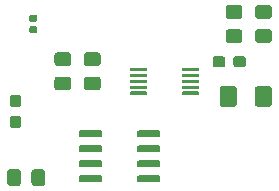
<source format=gbr>
G04 #@! TF.GenerationSoftware,KiCad,Pcbnew,5.1.5+dfsg1-2build2*
G04 #@! TF.CreationDate,2021-10-23T10:29:23-06:00*
G04 #@! TF.ProjectId,power-monitor,706f7765-722d-46d6-9f6e-69746f722e6b,rev?*
G04 #@! TF.SameCoordinates,Original*
G04 #@! TF.FileFunction,Paste,Top*
G04 #@! TF.FilePolarity,Positive*
%FSLAX46Y46*%
G04 Gerber Fmt 4.6, Leading zero omitted, Abs format (unit mm)*
G04 Created by KiCad (PCBNEW 5.1.5+dfsg1-2build2) date 2021-10-23 10:29:23*
%MOMM*%
%LPD*%
G04 APERTURE LIST*
%ADD10C,0.100000*%
G04 APERTURE END LIST*
D10*
G36*
X137477351Y-85210361D02*
G01*
X137484632Y-85211441D01*
X137491771Y-85213229D01*
X137498701Y-85215709D01*
X137505355Y-85218856D01*
X137511668Y-85222640D01*
X137517579Y-85227024D01*
X137523033Y-85231967D01*
X137527976Y-85237421D01*
X137532360Y-85243332D01*
X137536144Y-85249645D01*
X137539291Y-85256299D01*
X137541771Y-85263229D01*
X137543559Y-85270368D01*
X137544639Y-85277649D01*
X137545000Y-85285000D01*
X137545000Y-85435000D01*
X137544639Y-85442351D01*
X137543559Y-85449632D01*
X137541771Y-85456771D01*
X137539291Y-85463701D01*
X137536144Y-85470355D01*
X137532360Y-85476668D01*
X137527976Y-85482579D01*
X137523033Y-85488033D01*
X137517579Y-85492976D01*
X137511668Y-85497360D01*
X137505355Y-85501144D01*
X137498701Y-85504291D01*
X137491771Y-85506771D01*
X137484632Y-85508559D01*
X137477351Y-85509639D01*
X137470000Y-85510000D01*
X136170000Y-85510000D01*
X136162649Y-85509639D01*
X136155368Y-85508559D01*
X136148229Y-85506771D01*
X136141299Y-85504291D01*
X136134645Y-85501144D01*
X136128332Y-85497360D01*
X136122421Y-85492976D01*
X136116967Y-85488033D01*
X136112024Y-85482579D01*
X136107640Y-85476668D01*
X136103856Y-85470355D01*
X136100709Y-85463701D01*
X136098229Y-85456771D01*
X136096441Y-85449632D01*
X136095361Y-85442351D01*
X136095000Y-85435000D01*
X136095000Y-85285000D01*
X136095361Y-85277649D01*
X136096441Y-85270368D01*
X136098229Y-85263229D01*
X136100709Y-85256299D01*
X136103856Y-85249645D01*
X136107640Y-85243332D01*
X136112024Y-85237421D01*
X136116967Y-85231967D01*
X136122421Y-85227024D01*
X136128332Y-85222640D01*
X136134645Y-85218856D01*
X136141299Y-85215709D01*
X136148229Y-85213229D01*
X136155368Y-85211441D01*
X136162649Y-85210361D01*
X136170000Y-85210000D01*
X137470000Y-85210000D01*
X137477351Y-85210361D01*
G37*
G36*
X137477351Y-85710361D02*
G01*
X137484632Y-85711441D01*
X137491771Y-85713229D01*
X137498701Y-85715709D01*
X137505355Y-85718856D01*
X137511668Y-85722640D01*
X137517579Y-85727024D01*
X137523033Y-85731967D01*
X137527976Y-85737421D01*
X137532360Y-85743332D01*
X137536144Y-85749645D01*
X137539291Y-85756299D01*
X137541771Y-85763229D01*
X137543559Y-85770368D01*
X137544639Y-85777649D01*
X137545000Y-85785000D01*
X137545000Y-85935000D01*
X137544639Y-85942351D01*
X137543559Y-85949632D01*
X137541771Y-85956771D01*
X137539291Y-85963701D01*
X137536144Y-85970355D01*
X137532360Y-85976668D01*
X137527976Y-85982579D01*
X137523033Y-85988033D01*
X137517579Y-85992976D01*
X137511668Y-85997360D01*
X137505355Y-86001144D01*
X137498701Y-86004291D01*
X137491771Y-86006771D01*
X137484632Y-86008559D01*
X137477351Y-86009639D01*
X137470000Y-86010000D01*
X136170000Y-86010000D01*
X136162649Y-86009639D01*
X136155368Y-86008559D01*
X136148229Y-86006771D01*
X136141299Y-86004291D01*
X136134645Y-86001144D01*
X136128332Y-85997360D01*
X136122421Y-85992976D01*
X136116967Y-85988033D01*
X136112024Y-85982579D01*
X136107640Y-85976668D01*
X136103856Y-85970355D01*
X136100709Y-85963701D01*
X136098229Y-85956771D01*
X136096441Y-85949632D01*
X136095361Y-85942351D01*
X136095000Y-85935000D01*
X136095000Y-85785000D01*
X136095361Y-85777649D01*
X136096441Y-85770368D01*
X136098229Y-85763229D01*
X136100709Y-85756299D01*
X136103856Y-85749645D01*
X136107640Y-85743332D01*
X136112024Y-85737421D01*
X136116967Y-85731967D01*
X136122421Y-85727024D01*
X136128332Y-85722640D01*
X136134645Y-85718856D01*
X136141299Y-85715709D01*
X136148229Y-85713229D01*
X136155368Y-85711441D01*
X136162649Y-85710361D01*
X136170000Y-85710000D01*
X137470000Y-85710000D01*
X137477351Y-85710361D01*
G37*
G36*
X137477351Y-86210361D02*
G01*
X137484632Y-86211441D01*
X137491771Y-86213229D01*
X137498701Y-86215709D01*
X137505355Y-86218856D01*
X137511668Y-86222640D01*
X137517579Y-86227024D01*
X137523033Y-86231967D01*
X137527976Y-86237421D01*
X137532360Y-86243332D01*
X137536144Y-86249645D01*
X137539291Y-86256299D01*
X137541771Y-86263229D01*
X137543559Y-86270368D01*
X137544639Y-86277649D01*
X137545000Y-86285000D01*
X137545000Y-86435000D01*
X137544639Y-86442351D01*
X137543559Y-86449632D01*
X137541771Y-86456771D01*
X137539291Y-86463701D01*
X137536144Y-86470355D01*
X137532360Y-86476668D01*
X137527976Y-86482579D01*
X137523033Y-86488033D01*
X137517579Y-86492976D01*
X137511668Y-86497360D01*
X137505355Y-86501144D01*
X137498701Y-86504291D01*
X137491771Y-86506771D01*
X137484632Y-86508559D01*
X137477351Y-86509639D01*
X137470000Y-86510000D01*
X136170000Y-86510000D01*
X136162649Y-86509639D01*
X136155368Y-86508559D01*
X136148229Y-86506771D01*
X136141299Y-86504291D01*
X136134645Y-86501144D01*
X136128332Y-86497360D01*
X136122421Y-86492976D01*
X136116967Y-86488033D01*
X136112024Y-86482579D01*
X136107640Y-86476668D01*
X136103856Y-86470355D01*
X136100709Y-86463701D01*
X136098229Y-86456771D01*
X136096441Y-86449632D01*
X136095361Y-86442351D01*
X136095000Y-86435000D01*
X136095000Y-86285000D01*
X136095361Y-86277649D01*
X136096441Y-86270368D01*
X136098229Y-86263229D01*
X136100709Y-86256299D01*
X136103856Y-86249645D01*
X136107640Y-86243332D01*
X136112024Y-86237421D01*
X136116967Y-86231967D01*
X136122421Y-86227024D01*
X136128332Y-86222640D01*
X136134645Y-86218856D01*
X136141299Y-86215709D01*
X136148229Y-86213229D01*
X136155368Y-86211441D01*
X136162649Y-86210361D01*
X136170000Y-86210000D01*
X137470000Y-86210000D01*
X137477351Y-86210361D01*
G37*
G36*
X137477351Y-86710361D02*
G01*
X137484632Y-86711441D01*
X137491771Y-86713229D01*
X137498701Y-86715709D01*
X137505355Y-86718856D01*
X137511668Y-86722640D01*
X137517579Y-86727024D01*
X137523033Y-86731967D01*
X137527976Y-86737421D01*
X137532360Y-86743332D01*
X137536144Y-86749645D01*
X137539291Y-86756299D01*
X137541771Y-86763229D01*
X137543559Y-86770368D01*
X137544639Y-86777649D01*
X137545000Y-86785000D01*
X137545000Y-86935000D01*
X137544639Y-86942351D01*
X137543559Y-86949632D01*
X137541771Y-86956771D01*
X137539291Y-86963701D01*
X137536144Y-86970355D01*
X137532360Y-86976668D01*
X137527976Y-86982579D01*
X137523033Y-86988033D01*
X137517579Y-86992976D01*
X137511668Y-86997360D01*
X137505355Y-87001144D01*
X137498701Y-87004291D01*
X137491771Y-87006771D01*
X137484632Y-87008559D01*
X137477351Y-87009639D01*
X137470000Y-87010000D01*
X136170000Y-87010000D01*
X136162649Y-87009639D01*
X136155368Y-87008559D01*
X136148229Y-87006771D01*
X136141299Y-87004291D01*
X136134645Y-87001144D01*
X136128332Y-86997360D01*
X136122421Y-86992976D01*
X136116967Y-86988033D01*
X136112024Y-86982579D01*
X136107640Y-86976668D01*
X136103856Y-86970355D01*
X136100709Y-86963701D01*
X136098229Y-86956771D01*
X136096441Y-86949632D01*
X136095361Y-86942351D01*
X136095000Y-86935000D01*
X136095000Y-86785000D01*
X136095361Y-86777649D01*
X136096441Y-86770368D01*
X136098229Y-86763229D01*
X136100709Y-86756299D01*
X136103856Y-86749645D01*
X136107640Y-86743332D01*
X136112024Y-86737421D01*
X136116967Y-86731967D01*
X136122421Y-86727024D01*
X136128332Y-86722640D01*
X136134645Y-86718856D01*
X136141299Y-86715709D01*
X136148229Y-86713229D01*
X136155368Y-86711441D01*
X136162649Y-86710361D01*
X136170000Y-86710000D01*
X137470000Y-86710000D01*
X137477351Y-86710361D01*
G37*
G36*
X137477351Y-87210361D02*
G01*
X137484632Y-87211441D01*
X137491771Y-87213229D01*
X137498701Y-87215709D01*
X137505355Y-87218856D01*
X137511668Y-87222640D01*
X137517579Y-87227024D01*
X137523033Y-87231967D01*
X137527976Y-87237421D01*
X137532360Y-87243332D01*
X137536144Y-87249645D01*
X137539291Y-87256299D01*
X137541771Y-87263229D01*
X137543559Y-87270368D01*
X137544639Y-87277649D01*
X137545000Y-87285000D01*
X137545000Y-87435000D01*
X137544639Y-87442351D01*
X137543559Y-87449632D01*
X137541771Y-87456771D01*
X137539291Y-87463701D01*
X137536144Y-87470355D01*
X137532360Y-87476668D01*
X137527976Y-87482579D01*
X137523033Y-87488033D01*
X137517579Y-87492976D01*
X137511668Y-87497360D01*
X137505355Y-87501144D01*
X137498701Y-87504291D01*
X137491771Y-87506771D01*
X137484632Y-87508559D01*
X137477351Y-87509639D01*
X137470000Y-87510000D01*
X136170000Y-87510000D01*
X136162649Y-87509639D01*
X136155368Y-87508559D01*
X136148229Y-87506771D01*
X136141299Y-87504291D01*
X136134645Y-87501144D01*
X136128332Y-87497360D01*
X136122421Y-87492976D01*
X136116967Y-87488033D01*
X136112024Y-87482579D01*
X136107640Y-87476668D01*
X136103856Y-87470355D01*
X136100709Y-87463701D01*
X136098229Y-87456771D01*
X136096441Y-87449632D01*
X136095361Y-87442351D01*
X136095000Y-87435000D01*
X136095000Y-87285000D01*
X136095361Y-87277649D01*
X136096441Y-87270368D01*
X136098229Y-87263229D01*
X136100709Y-87256299D01*
X136103856Y-87249645D01*
X136107640Y-87243332D01*
X136112024Y-87237421D01*
X136116967Y-87231967D01*
X136122421Y-87227024D01*
X136128332Y-87222640D01*
X136134645Y-87218856D01*
X136141299Y-87215709D01*
X136148229Y-87213229D01*
X136155368Y-87211441D01*
X136162649Y-87210361D01*
X136170000Y-87210000D01*
X137470000Y-87210000D01*
X137477351Y-87210361D01*
G37*
G36*
X133077351Y-87210361D02*
G01*
X133084632Y-87211441D01*
X133091771Y-87213229D01*
X133098701Y-87215709D01*
X133105355Y-87218856D01*
X133111668Y-87222640D01*
X133117579Y-87227024D01*
X133123033Y-87231967D01*
X133127976Y-87237421D01*
X133132360Y-87243332D01*
X133136144Y-87249645D01*
X133139291Y-87256299D01*
X133141771Y-87263229D01*
X133143559Y-87270368D01*
X133144639Y-87277649D01*
X133145000Y-87285000D01*
X133145000Y-87435000D01*
X133144639Y-87442351D01*
X133143559Y-87449632D01*
X133141771Y-87456771D01*
X133139291Y-87463701D01*
X133136144Y-87470355D01*
X133132360Y-87476668D01*
X133127976Y-87482579D01*
X133123033Y-87488033D01*
X133117579Y-87492976D01*
X133111668Y-87497360D01*
X133105355Y-87501144D01*
X133098701Y-87504291D01*
X133091771Y-87506771D01*
X133084632Y-87508559D01*
X133077351Y-87509639D01*
X133070000Y-87510000D01*
X131770000Y-87510000D01*
X131762649Y-87509639D01*
X131755368Y-87508559D01*
X131748229Y-87506771D01*
X131741299Y-87504291D01*
X131734645Y-87501144D01*
X131728332Y-87497360D01*
X131722421Y-87492976D01*
X131716967Y-87488033D01*
X131712024Y-87482579D01*
X131707640Y-87476668D01*
X131703856Y-87470355D01*
X131700709Y-87463701D01*
X131698229Y-87456771D01*
X131696441Y-87449632D01*
X131695361Y-87442351D01*
X131695000Y-87435000D01*
X131695000Y-87285000D01*
X131695361Y-87277649D01*
X131696441Y-87270368D01*
X131698229Y-87263229D01*
X131700709Y-87256299D01*
X131703856Y-87249645D01*
X131707640Y-87243332D01*
X131712024Y-87237421D01*
X131716967Y-87231967D01*
X131722421Y-87227024D01*
X131728332Y-87222640D01*
X131734645Y-87218856D01*
X131741299Y-87215709D01*
X131748229Y-87213229D01*
X131755368Y-87211441D01*
X131762649Y-87210361D01*
X131770000Y-87210000D01*
X133070000Y-87210000D01*
X133077351Y-87210361D01*
G37*
G36*
X133077351Y-86710361D02*
G01*
X133084632Y-86711441D01*
X133091771Y-86713229D01*
X133098701Y-86715709D01*
X133105355Y-86718856D01*
X133111668Y-86722640D01*
X133117579Y-86727024D01*
X133123033Y-86731967D01*
X133127976Y-86737421D01*
X133132360Y-86743332D01*
X133136144Y-86749645D01*
X133139291Y-86756299D01*
X133141771Y-86763229D01*
X133143559Y-86770368D01*
X133144639Y-86777649D01*
X133145000Y-86785000D01*
X133145000Y-86935000D01*
X133144639Y-86942351D01*
X133143559Y-86949632D01*
X133141771Y-86956771D01*
X133139291Y-86963701D01*
X133136144Y-86970355D01*
X133132360Y-86976668D01*
X133127976Y-86982579D01*
X133123033Y-86988033D01*
X133117579Y-86992976D01*
X133111668Y-86997360D01*
X133105355Y-87001144D01*
X133098701Y-87004291D01*
X133091771Y-87006771D01*
X133084632Y-87008559D01*
X133077351Y-87009639D01*
X133070000Y-87010000D01*
X131770000Y-87010000D01*
X131762649Y-87009639D01*
X131755368Y-87008559D01*
X131748229Y-87006771D01*
X131741299Y-87004291D01*
X131734645Y-87001144D01*
X131728332Y-86997360D01*
X131722421Y-86992976D01*
X131716967Y-86988033D01*
X131712024Y-86982579D01*
X131707640Y-86976668D01*
X131703856Y-86970355D01*
X131700709Y-86963701D01*
X131698229Y-86956771D01*
X131696441Y-86949632D01*
X131695361Y-86942351D01*
X131695000Y-86935000D01*
X131695000Y-86785000D01*
X131695361Y-86777649D01*
X131696441Y-86770368D01*
X131698229Y-86763229D01*
X131700709Y-86756299D01*
X131703856Y-86749645D01*
X131707640Y-86743332D01*
X131712024Y-86737421D01*
X131716967Y-86731967D01*
X131722421Y-86727024D01*
X131728332Y-86722640D01*
X131734645Y-86718856D01*
X131741299Y-86715709D01*
X131748229Y-86713229D01*
X131755368Y-86711441D01*
X131762649Y-86710361D01*
X131770000Y-86710000D01*
X133070000Y-86710000D01*
X133077351Y-86710361D01*
G37*
G36*
X133077351Y-86210361D02*
G01*
X133084632Y-86211441D01*
X133091771Y-86213229D01*
X133098701Y-86215709D01*
X133105355Y-86218856D01*
X133111668Y-86222640D01*
X133117579Y-86227024D01*
X133123033Y-86231967D01*
X133127976Y-86237421D01*
X133132360Y-86243332D01*
X133136144Y-86249645D01*
X133139291Y-86256299D01*
X133141771Y-86263229D01*
X133143559Y-86270368D01*
X133144639Y-86277649D01*
X133145000Y-86285000D01*
X133145000Y-86435000D01*
X133144639Y-86442351D01*
X133143559Y-86449632D01*
X133141771Y-86456771D01*
X133139291Y-86463701D01*
X133136144Y-86470355D01*
X133132360Y-86476668D01*
X133127976Y-86482579D01*
X133123033Y-86488033D01*
X133117579Y-86492976D01*
X133111668Y-86497360D01*
X133105355Y-86501144D01*
X133098701Y-86504291D01*
X133091771Y-86506771D01*
X133084632Y-86508559D01*
X133077351Y-86509639D01*
X133070000Y-86510000D01*
X131770000Y-86510000D01*
X131762649Y-86509639D01*
X131755368Y-86508559D01*
X131748229Y-86506771D01*
X131741299Y-86504291D01*
X131734645Y-86501144D01*
X131728332Y-86497360D01*
X131722421Y-86492976D01*
X131716967Y-86488033D01*
X131712024Y-86482579D01*
X131707640Y-86476668D01*
X131703856Y-86470355D01*
X131700709Y-86463701D01*
X131698229Y-86456771D01*
X131696441Y-86449632D01*
X131695361Y-86442351D01*
X131695000Y-86435000D01*
X131695000Y-86285000D01*
X131695361Y-86277649D01*
X131696441Y-86270368D01*
X131698229Y-86263229D01*
X131700709Y-86256299D01*
X131703856Y-86249645D01*
X131707640Y-86243332D01*
X131712024Y-86237421D01*
X131716967Y-86231967D01*
X131722421Y-86227024D01*
X131728332Y-86222640D01*
X131734645Y-86218856D01*
X131741299Y-86215709D01*
X131748229Y-86213229D01*
X131755368Y-86211441D01*
X131762649Y-86210361D01*
X131770000Y-86210000D01*
X133070000Y-86210000D01*
X133077351Y-86210361D01*
G37*
G36*
X133077351Y-85710361D02*
G01*
X133084632Y-85711441D01*
X133091771Y-85713229D01*
X133098701Y-85715709D01*
X133105355Y-85718856D01*
X133111668Y-85722640D01*
X133117579Y-85727024D01*
X133123033Y-85731967D01*
X133127976Y-85737421D01*
X133132360Y-85743332D01*
X133136144Y-85749645D01*
X133139291Y-85756299D01*
X133141771Y-85763229D01*
X133143559Y-85770368D01*
X133144639Y-85777649D01*
X133145000Y-85785000D01*
X133145000Y-85935000D01*
X133144639Y-85942351D01*
X133143559Y-85949632D01*
X133141771Y-85956771D01*
X133139291Y-85963701D01*
X133136144Y-85970355D01*
X133132360Y-85976668D01*
X133127976Y-85982579D01*
X133123033Y-85988033D01*
X133117579Y-85992976D01*
X133111668Y-85997360D01*
X133105355Y-86001144D01*
X133098701Y-86004291D01*
X133091771Y-86006771D01*
X133084632Y-86008559D01*
X133077351Y-86009639D01*
X133070000Y-86010000D01*
X131770000Y-86010000D01*
X131762649Y-86009639D01*
X131755368Y-86008559D01*
X131748229Y-86006771D01*
X131741299Y-86004291D01*
X131734645Y-86001144D01*
X131728332Y-85997360D01*
X131722421Y-85992976D01*
X131716967Y-85988033D01*
X131712024Y-85982579D01*
X131707640Y-85976668D01*
X131703856Y-85970355D01*
X131700709Y-85963701D01*
X131698229Y-85956771D01*
X131696441Y-85949632D01*
X131695361Y-85942351D01*
X131695000Y-85935000D01*
X131695000Y-85785000D01*
X131695361Y-85777649D01*
X131696441Y-85770368D01*
X131698229Y-85763229D01*
X131700709Y-85756299D01*
X131703856Y-85749645D01*
X131707640Y-85743332D01*
X131712024Y-85737421D01*
X131716967Y-85731967D01*
X131722421Y-85727024D01*
X131728332Y-85722640D01*
X131734645Y-85718856D01*
X131741299Y-85715709D01*
X131748229Y-85713229D01*
X131755368Y-85711441D01*
X131762649Y-85710361D01*
X131770000Y-85710000D01*
X133070000Y-85710000D01*
X133077351Y-85710361D01*
G37*
G36*
X133077351Y-85210361D02*
G01*
X133084632Y-85211441D01*
X133091771Y-85213229D01*
X133098701Y-85215709D01*
X133105355Y-85218856D01*
X133111668Y-85222640D01*
X133117579Y-85227024D01*
X133123033Y-85231967D01*
X133127976Y-85237421D01*
X133132360Y-85243332D01*
X133136144Y-85249645D01*
X133139291Y-85256299D01*
X133141771Y-85263229D01*
X133143559Y-85270368D01*
X133144639Y-85277649D01*
X133145000Y-85285000D01*
X133145000Y-85435000D01*
X133144639Y-85442351D01*
X133143559Y-85449632D01*
X133141771Y-85456771D01*
X133139291Y-85463701D01*
X133136144Y-85470355D01*
X133132360Y-85476668D01*
X133127976Y-85482579D01*
X133123033Y-85488033D01*
X133117579Y-85492976D01*
X133111668Y-85497360D01*
X133105355Y-85501144D01*
X133098701Y-85504291D01*
X133091771Y-85506771D01*
X133084632Y-85508559D01*
X133077351Y-85509639D01*
X133070000Y-85510000D01*
X131770000Y-85510000D01*
X131762649Y-85509639D01*
X131755368Y-85508559D01*
X131748229Y-85506771D01*
X131741299Y-85504291D01*
X131734645Y-85501144D01*
X131728332Y-85497360D01*
X131722421Y-85492976D01*
X131716967Y-85488033D01*
X131712024Y-85482579D01*
X131707640Y-85476668D01*
X131703856Y-85470355D01*
X131700709Y-85463701D01*
X131698229Y-85456771D01*
X131696441Y-85449632D01*
X131695361Y-85442351D01*
X131695000Y-85435000D01*
X131695000Y-85285000D01*
X131695361Y-85277649D01*
X131696441Y-85270368D01*
X131698229Y-85263229D01*
X131700709Y-85256299D01*
X131703856Y-85249645D01*
X131707640Y-85243332D01*
X131712024Y-85237421D01*
X131716967Y-85231967D01*
X131722421Y-85227024D01*
X131728332Y-85222640D01*
X131734645Y-85218856D01*
X131741299Y-85215709D01*
X131748229Y-85213229D01*
X131755368Y-85211441D01*
X131762649Y-85210361D01*
X131770000Y-85210000D01*
X133070000Y-85210000D01*
X133077351Y-85210361D01*
G37*
G36*
X123686958Y-81690710D02*
G01*
X123701276Y-81692834D01*
X123715317Y-81696351D01*
X123728946Y-81701228D01*
X123742031Y-81707417D01*
X123754447Y-81714858D01*
X123766073Y-81723481D01*
X123776798Y-81733202D01*
X123786519Y-81743927D01*
X123795142Y-81755553D01*
X123802583Y-81767969D01*
X123808772Y-81781054D01*
X123813649Y-81794683D01*
X123817166Y-81808724D01*
X123819290Y-81823042D01*
X123820000Y-81837500D01*
X123820000Y-82132500D01*
X123819290Y-82146958D01*
X123817166Y-82161276D01*
X123813649Y-82175317D01*
X123808772Y-82188946D01*
X123802583Y-82202031D01*
X123795142Y-82214447D01*
X123786519Y-82226073D01*
X123776798Y-82236798D01*
X123766073Y-82246519D01*
X123754447Y-82255142D01*
X123742031Y-82262583D01*
X123728946Y-82268772D01*
X123715317Y-82273649D01*
X123701276Y-82277166D01*
X123686958Y-82279290D01*
X123672500Y-82280000D01*
X123327500Y-82280000D01*
X123313042Y-82279290D01*
X123298724Y-82277166D01*
X123284683Y-82273649D01*
X123271054Y-82268772D01*
X123257969Y-82262583D01*
X123245553Y-82255142D01*
X123233927Y-82246519D01*
X123223202Y-82236798D01*
X123213481Y-82226073D01*
X123204858Y-82214447D01*
X123197417Y-82202031D01*
X123191228Y-82188946D01*
X123186351Y-82175317D01*
X123182834Y-82161276D01*
X123180710Y-82146958D01*
X123180000Y-82132500D01*
X123180000Y-81837500D01*
X123180710Y-81823042D01*
X123182834Y-81808724D01*
X123186351Y-81794683D01*
X123191228Y-81781054D01*
X123197417Y-81767969D01*
X123204858Y-81755553D01*
X123213481Y-81743927D01*
X123223202Y-81733202D01*
X123233927Y-81723481D01*
X123245553Y-81714858D01*
X123257969Y-81707417D01*
X123271054Y-81701228D01*
X123284683Y-81696351D01*
X123298724Y-81692834D01*
X123313042Y-81690710D01*
X123327500Y-81690000D01*
X123672500Y-81690000D01*
X123686958Y-81690710D01*
G37*
G36*
X123686958Y-80720710D02*
G01*
X123701276Y-80722834D01*
X123715317Y-80726351D01*
X123728946Y-80731228D01*
X123742031Y-80737417D01*
X123754447Y-80744858D01*
X123766073Y-80753481D01*
X123776798Y-80763202D01*
X123786519Y-80773927D01*
X123795142Y-80785553D01*
X123802583Y-80797969D01*
X123808772Y-80811054D01*
X123813649Y-80824683D01*
X123817166Y-80838724D01*
X123819290Y-80853042D01*
X123820000Y-80867500D01*
X123820000Y-81162500D01*
X123819290Y-81176958D01*
X123817166Y-81191276D01*
X123813649Y-81205317D01*
X123808772Y-81218946D01*
X123802583Y-81232031D01*
X123795142Y-81244447D01*
X123786519Y-81256073D01*
X123776798Y-81266798D01*
X123766073Y-81276519D01*
X123754447Y-81285142D01*
X123742031Y-81292583D01*
X123728946Y-81298772D01*
X123715317Y-81303649D01*
X123701276Y-81307166D01*
X123686958Y-81309290D01*
X123672500Y-81310000D01*
X123327500Y-81310000D01*
X123313042Y-81309290D01*
X123298724Y-81307166D01*
X123284683Y-81303649D01*
X123271054Y-81298772D01*
X123257969Y-81292583D01*
X123245553Y-81285142D01*
X123233927Y-81276519D01*
X123223202Y-81266798D01*
X123213481Y-81256073D01*
X123204858Y-81244447D01*
X123197417Y-81232031D01*
X123191228Y-81218946D01*
X123186351Y-81205317D01*
X123182834Y-81191276D01*
X123180710Y-81176958D01*
X123180000Y-81162500D01*
X123180000Y-80867500D01*
X123180710Y-80853042D01*
X123182834Y-80838724D01*
X123186351Y-80824683D01*
X123191228Y-80811054D01*
X123197417Y-80797969D01*
X123204858Y-80785553D01*
X123213481Y-80773927D01*
X123223202Y-80763202D01*
X123233927Y-80753481D01*
X123245553Y-80744858D01*
X123257969Y-80737417D01*
X123271054Y-80731228D01*
X123284683Y-80726351D01*
X123298724Y-80722834D01*
X123313042Y-80720710D01*
X123327500Y-80720000D01*
X123672500Y-80720000D01*
X123686958Y-80720710D01*
G37*
G36*
X126474505Y-83901204D02*
G01*
X126498773Y-83904804D01*
X126522572Y-83910765D01*
X126545671Y-83919030D01*
X126567850Y-83929520D01*
X126588893Y-83942132D01*
X126608599Y-83956747D01*
X126626777Y-83973223D01*
X126643253Y-83991401D01*
X126657868Y-84011107D01*
X126670480Y-84032150D01*
X126680970Y-84054329D01*
X126689235Y-84077428D01*
X126695196Y-84101227D01*
X126698796Y-84125495D01*
X126700000Y-84149999D01*
X126700000Y-84800001D01*
X126698796Y-84824505D01*
X126695196Y-84848773D01*
X126689235Y-84872572D01*
X126680970Y-84895671D01*
X126670480Y-84917850D01*
X126657868Y-84938893D01*
X126643253Y-84958599D01*
X126626777Y-84976777D01*
X126608599Y-84993253D01*
X126588893Y-85007868D01*
X126567850Y-85020480D01*
X126545671Y-85030970D01*
X126522572Y-85039235D01*
X126498773Y-85045196D01*
X126474505Y-85048796D01*
X126450001Y-85050000D01*
X125549999Y-85050000D01*
X125525495Y-85048796D01*
X125501227Y-85045196D01*
X125477428Y-85039235D01*
X125454329Y-85030970D01*
X125432150Y-85020480D01*
X125411107Y-85007868D01*
X125391401Y-84993253D01*
X125373223Y-84976777D01*
X125356747Y-84958599D01*
X125342132Y-84938893D01*
X125329520Y-84917850D01*
X125319030Y-84895671D01*
X125310765Y-84872572D01*
X125304804Y-84848773D01*
X125301204Y-84824505D01*
X125300000Y-84800001D01*
X125300000Y-84149999D01*
X125301204Y-84125495D01*
X125304804Y-84101227D01*
X125310765Y-84077428D01*
X125319030Y-84054329D01*
X125329520Y-84032150D01*
X125342132Y-84011107D01*
X125356747Y-83991401D01*
X125373223Y-83973223D01*
X125391401Y-83956747D01*
X125411107Y-83942132D01*
X125432150Y-83929520D01*
X125454329Y-83919030D01*
X125477428Y-83910765D01*
X125501227Y-83904804D01*
X125525495Y-83901204D01*
X125549999Y-83900000D01*
X126450001Y-83900000D01*
X126474505Y-83901204D01*
G37*
G36*
X126474505Y-85951204D02*
G01*
X126498773Y-85954804D01*
X126522572Y-85960765D01*
X126545671Y-85969030D01*
X126567850Y-85979520D01*
X126588893Y-85992132D01*
X126608599Y-86006747D01*
X126626777Y-86023223D01*
X126643253Y-86041401D01*
X126657868Y-86061107D01*
X126670480Y-86082150D01*
X126680970Y-86104329D01*
X126689235Y-86127428D01*
X126695196Y-86151227D01*
X126698796Y-86175495D01*
X126700000Y-86199999D01*
X126700000Y-86850001D01*
X126698796Y-86874505D01*
X126695196Y-86898773D01*
X126689235Y-86922572D01*
X126680970Y-86945671D01*
X126670480Y-86967850D01*
X126657868Y-86988893D01*
X126643253Y-87008599D01*
X126626777Y-87026777D01*
X126608599Y-87043253D01*
X126588893Y-87057868D01*
X126567850Y-87070480D01*
X126545671Y-87080970D01*
X126522572Y-87089235D01*
X126498773Y-87095196D01*
X126474505Y-87098796D01*
X126450001Y-87100000D01*
X125549999Y-87100000D01*
X125525495Y-87098796D01*
X125501227Y-87095196D01*
X125477428Y-87089235D01*
X125454329Y-87080970D01*
X125432150Y-87070480D01*
X125411107Y-87057868D01*
X125391401Y-87043253D01*
X125373223Y-87026777D01*
X125356747Y-87008599D01*
X125342132Y-86988893D01*
X125329520Y-86967850D01*
X125319030Y-86945671D01*
X125310765Y-86922572D01*
X125304804Y-86898773D01*
X125301204Y-86874505D01*
X125300000Y-86850001D01*
X125300000Y-86199999D01*
X125301204Y-86175495D01*
X125304804Y-86151227D01*
X125310765Y-86127428D01*
X125319030Y-86104329D01*
X125329520Y-86082150D01*
X125342132Y-86061107D01*
X125356747Y-86041401D01*
X125373223Y-86023223D01*
X125391401Y-86006747D01*
X125411107Y-85992132D01*
X125432150Y-85979520D01*
X125454329Y-85969030D01*
X125477428Y-85960765D01*
X125501227Y-85954804D01*
X125525495Y-85951204D01*
X125549999Y-85950000D01*
X126450001Y-85950000D01*
X126474505Y-85951204D01*
G37*
G36*
X122224505Y-93801204D02*
G01*
X122248773Y-93804804D01*
X122272572Y-93810765D01*
X122295671Y-93819030D01*
X122317850Y-93829520D01*
X122338893Y-93842132D01*
X122358599Y-93856747D01*
X122376777Y-93873223D01*
X122393253Y-93891401D01*
X122407868Y-93911107D01*
X122420480Y-93932150D01*
X122430970Y-93954329D01*
X122439235Y-93977428D01*
X122445196Y-94001227D01*
X122448796Y-94025495D01*
X122450000Y-94049999D01*
X122450000Y-94950001D01*
X122448796Y-94974505D01*
X122445196Y-94998773D01*
X122439235Y-95022572D01*
X122430970Y-95045671D01*
X122420480Y-95067850D01*
X122407868Y-95088893D01*
X122393253Y-95108599D01*
X122376777Y-95126777D01*
X122358599Y-95143253D01*
X122338893Y-95157868D01*
X122317850Y-95170480D01*
X122295671Y-95180970D01*
X122272572Y-95189235D01*
X122248773Y-95195196D01*
X122224505Y-95198796D01*
X122200001Y-95200000D01*
X121549999Y-95200000D01*
X121525495Y-95198796D01*
X121501227Y-95195196D01*
X121477428Y-95189235D01*
X121454329Y-95180970D01*
X121432150Y-95170480D01*
X121411107Y-95157868D01*
X121391401Y-95143253D01*
X121373223Y-95126777D01*
X121356747Y-95108599D01*
X121342132Y-95088893D01*
X121329520Y-95067850D01*
X121319030Y-95045671D01*
X121310765Y-95022572D01*
X121304804Y-94998773D01*
X121301204Y-94974505D01*
X121300000Y-94950001D01*
X121300000Y-94049999D01*
X121301204Y-94025495D01*
X121304804Y-94001227D01*
X121310765Y-93977428D01*
X121319030Y-93954329D01*
X121329520Y-93932150D01*
X121342132Y-93911107D01*
X121356747Y-93891401D01*
X121373223Y-93873223D01*
X121391401Y-93856747D01*
X121411107Y-93842132D01*
X121432150Y-93829520D01*
X121454329Y-93819030D01*
X121477428Y-93810765D01*
X121501227Y-93804804D01*
X121525495Y-93801204D01*
X121549999Y-93800000D01*
X122200001Y-93800000D01*
X122224505Y-93801204D01*
G37*
G36*
X124274505Y-93801204D02*
G01*
X124298773Y-93804804D01*
X124322572Y-93810765D01*
X124345671Y-93819030D01*
X124367850Y-93829520D01*
X124388893Y-93842132D01*
X124408599Y-93856747D01*
X124426777Y-93873223D01*
X124443253Y-93891401D01*
X124457868Y-93911107D01*
X124470480Y-93932150D01*
X124480970Y-93954329D01*
X124489235Y-93977428D01*
X124495196Y-94001227D01*
X124498796Y-94025495D01*
X124500000Y-94049999D01*
X124500000Y-94950001D01*
X124498796Y-94974505D01*
X124495196Y-94998773D01*
X124489235Y-95022572D01*
X124480970Y-95045671D01*
X124470480Y-95067850D01*
X124457868Y-95088893D01*
X124443253Y-95108599D01*
X124426777Y-95126777D01*
X124408599Y-95143253D01*
X124388893Y-95157868D01*
X124367850Y-95170480D01*
X124345671Y-95180970D01*
X124322572Y-95189235D01*
X124298773Y-95195196D01*
X124274505Y-95198796D01*
X124250001Y-95200000D01*
X123599999Y-95200000D01*
X123575495Y-95198796D01*
X123551227Y-95195196D01*
X123527428Y-95189235D01*
X123504329Y-95180970D01*
X123482150Y-95170480D01*
X123461107Y-95157868D01*
X123441401Y-95143253D01*
X123423223Y-95126777D01*
X123406747Y-95108599D01*
X123392132Y-95088893D01*
X123379520Y-95067850D01*
X123369030Y-95045671D01*
X123360765Y-95022572D01*
X123354804Y-94998773D01*
X123351204Y-94974505D01*
X123350000Y-94950001D01*
X123350000Y-94049999D01*
X123351204Y-94025495D01*
X123354804Y-94001227D01*
X123360765Y-93977428D01*
X123369030Y-93954329D01*
X123379520Y-93932150D01*
X123392132Y-93911107D01*
X123406747Y-93891401D01*
X123423223Y-93873223D01*
X123441401Y-93856747D01*
X123461107Y-93842132D01*
X123482150Y-93829520D01*
X123504329Y-93819030D01*
X123527428Y-93810765D01*
X123551227Y-93804804D01*
X123575495Y-93801204D01*
X123599999Y-93800000D01*
X124250001Y-93800000D01*
X124274505Y-93801204D01*
G37*
G36*
X140974505Y-81951204D02*
G01*
X140998773Y-81954804D01*
X141022572Y-81960765D01*
X141045671Y-81969030D01*
X141067850Y-81979520D01*
X141088893Y-81992132D01*
X141108599Y-82006747D01*
X141126777Y-82023223D01*
X141143253Y-82041401D01*
X141157868Y-82061107D01*
X141170480Y-82082150D01*
X141180970Y-82104329D01*
X141189235Y-82127428D01*
X141195196Y-82151227D01*
X141198796Y-82175495D01*
X141200000Y-82199999D01*
X141200000Y-82850001D01*
X141198796Y-82874505D01*
X141195196Y-82898773D01*
X141189235Y-82922572D01*
X141180970Y-82945671D01*
X141170480Y-82967850D01*
X141157868Y-82988893D01*
X141143253Y-83008599D01*
X141126777Y-83026777D01*
X141108599Y-83043253D01*
X141088893Y-83057868D01*
X141067850Y-83070480D01*
X141045671Y-83080970D01*
X141022572Y-83089235D01*
X140998773Y-83095196D01*
X140974505Y-83098796D01*
X140950001Y-83100000D01*
X140049999Y-83100000D01*
X140025495Y-83098796D01*
X140001227Y-83095196D01*
X139977428Y-83089235D01*
X139954329Y-83080970D01*
X139932150Y-83070480D01*
X139911107Y-83057868D01*
X139891401Y-83043253D01*
X139873223Y-83026777D01*
X139856747Y-83008599D01*
X139842132Y-82988893D01*
X139829520Y-82967850D01*
X139819030Y-82945671D01*
X139810765Y-82922572D01*
X139804804Y-82898773D01*
X139801204Y-82874505D01*
X139800000Y-82850001D01*
X139800000Y-82199999D01*
X139801204Y-82175495D01*
X139804804Y-82151227D01*
X139810765Y-82127428D01*
X139819030Y-82104329D01*
X139829520Y-82082150D01*
X139842132Y-82061107D01*
X139856747Y-82041401D01*
X139873223Y-82023223D01*
X139891401Y-82006747D01*
X139911107Y-81992132D01*
X139932150Y-81979520D01*
X139954329Y-81969030D01*
X139977428Y-81960765D01*
X140001227Y-81954804D01*
X140025495Y-81951204D01*
X140049999Y-81950000D01*
X140950001Y-81950000D01*
X140974505Y-81951204D01*
G37*
G36*
X140974505Y-79901204D02*
G01*
X140998773Y-79904804D01*
X141022572Y-79910765D01*
X141045671Y-79919030D01*
X141067850Y-79929520D01*
X141088893Y-79942132D01*
X141108599Y-79956747D01*
X141126777Y-79973223D01*
X141143253Y-79991401D01*
X141157868Y-80011107D01*
X141170480Y-80032150D01*
X141180970Y-80054329D01*
X141189235Y-80077428D01*
X141195196Y-80101227D01*
X141198796Y-80125495D01*
X141200000Y-80149999D01*
X141200000Y-80800001D01*
X141198796Y-80824505D01*
X141195196Y-80848773D01*
X141189235Y-80872572D01*
X141180970Y-80895671D01*
X141170480Y-80917850D01*
X141157868Y-80938893D01*
X141143253Y-80958599D01*
X141126777Y-80976777D01*
X141108599Y-80993253D01*
X141088893Y-81007868D01*
X141067850Y-81020480D01*
X141045671Y-81030970D01*
X141022572Y-81039235D01*
X140998773Y-81045196D01*
X140974505Y-81048796D01*
X140950001Y-81050000D01*
X140049999Y-81050000D01*
X140025495Y-81048796D01*
X140001227Y-81045196D01*
X139977428Y-81039235D01*
X139954329Y-81030970D01*
X139932150Y-81020480D01*
X139911107Y-81007868D01*
X139891401Y-80993253D01*
X139873223Y-80976777D01*
X139856747Y-80958599D01*
X139842132Y-80938893D01*
X139829520Y-80917850D01*
X139819030Y-80895671D01*
X139810765Y-80872572D01*
X139804804Y-80848773D01*
X139801204Y-80824505D01*
X139800000Y-80800001D01*
X139800000Y-80149999D01*
X139801204Y-80125495D01*
X139804804Y-80101227D01*
X139810765Y-80077428D01*
X139819030Y-80054329D01*
X139829520Y-80032150D01*
X139842132Y-80011107D01*
X139856747Y-79991401D01*
X139873223Y-79973223D01*
X139891401Y-79956747D01*
X139911107Y-79942132D01*
X139932150Y-79929520D01*
X139954329Y-79919030D01*
X139977428Y-79910765D01*
X140001227Y-79904804D01*
X140025495Y-79901204D01*
X140049999Y-79900000D01*
X140950001Y-79900000D01*
X140974505Y-79901204D01*
G37*
G36*
X143474505Y-81951204D02*
G01*
X143498773Y-81954804D01*
X143522572Y-81960765D01*
X143545671Y-81969030D01*
X143567850Y-81979520D01*
X143588893Y-81992132D01*
X143608599Y-82006747D01*
X143626777Y-82023223D01*
X143643253Y-82041401D01*
X143657868Y-82061107D01*
X143670480Y-82082150D01*
X143680970Y-82104329D01*
X143689235Y-82127428D01*
X143695196Y-82151227D01*
X143698796Y-82175495D01*
X143700000Y-82199999D01*
X143700000Y-82850001D01*
X143698796Y-82874505D01*
X143695196Y-82898773D01*
X143689235Y-82922572D01*
X143680970Y-82945671D01*
X143670480Y-82967850D01*
X143657868Y-82988893D01*
X143643253Y-83008599D01*
X143626777Y-83026777D01*
X143608599Y-83043253D01*
X143588893Y-83057868D01*
X143567850Y-83070480D01*
X143545671Y-83080970D01*
X143522572Y-83089235D01*
X143498773Y-83095196D01*
X143474505Y-83098796D01*
X143450001Y-83100000D01*
X142549999Y-83100000D01*
X142525495Y-83098796D01*
X142501227Y-83095196D01*
X142477428Y-83089235D01*
X142454329Y-83080970D01*
X142432150Y-83070480D01*
X142411107Y-83057868D01*
X142391401Y-83043253D01*
X142373223Y-83026777D01*
X142356747Y-83008599D01*
X142342132Y-82988893D01*
X142329520Y-82967850D01*
X142319030Y-82945671D01*
X142310765Y-82922572D01*
X142304804Y-82898773D01*
X142301204Y-82874505D01*
X142300000Y-82850001D01*
X142300000Y-82199999D01*
X142301204Y-82175495D01*
X142304804Y-82151227D01*
X142310765Y-82127428D01*
X142319030Y-82104329D01*
X142329520Y-82082150D01*
X142342132Y-82061107D01*
X142356747Y-82041401D01*
X142373223Y-82023223D01*
X142391401Y-82006747D01*
X142411107Y-81992132D01*
X142432150Y-81979520D01*
X142454329Y-81969030D01*
X142477428Y-81960765D01*
X142501227Y-81954804D01*
X142525495Y-81951204D01*
X142549999Y-81950000D01*
X143450001Y-81950000D01*
X143474505Y-81951204D01*
G37*
G36*
X143474505Y-79901204D02*
G01*
X143498773Y-79904804D01*
X143522572Y-79910765D01*
X143545671Y-79919030D01*
X143567850Y-79929520D01*
X143588893Y-79942132D01*
X143608599Y-79956747D01*
X143626777Y-79973223D01*
X143643253Y-79991401D01*
X143657868Y-80011107D01*
X143670480Y-80032150D01*
X143680970Y-80054329D01*
X143689235Y-80077428D01*
X143695196Y-80101227D01*
X143698796Y-80125495D01*
X143700000Y-80149999D01*
X143700000Y-80800001D01*
X143698796Y-80824505D01*
X143695196Y-80848773D01*
X143689235Y-80872572D01*
X143680970Y-80895671D01*
X143670480Y-80917850D01*
X143657868Y-80938893D01*
X143643253Y-80958599D01*
X143626777Y-80976777D01*
X143608599Y-80993253D01*
X143588893Y-81007868D01*
X143567850Y-81020480D01*
X143545671Y-81030970D01*
X143522572Y-81039235D01*
X143498773Y-81045196D01*
X143474505Y-81048796D01*
X143450001Y-81050000D01*
X142549999Y-81050000D01*
X142525495Y-81048796D01*
X142501227Y-81045196D01*
X142477428Y-81039235D01*
X142454329Y-81030970D01*
X142432150Y-81020480D01*
X142411107Y-81007868D01*
X142391401Y-80993253D01*
X142373223Y-80976777D01*
X142356747Y-80958599D01*
X142342132Y-80938893D01*
X142329520Y-80917850D01*
X142319030Y-80895671D01*
X142310765Y-80872572D01*
X142304804Y-80848773D01*
X142301204Y-80824505D01*
X142300000Y-80800001D01*
X142300000Y-80149999D01*
X142301204Y-80125495D01*
X142304804Y-80101227D01*
X142310765Y-80077428D01*
X142319030Y-80054329D01*
X142329520Y-80032150D01*
X142342132Y-80011107D01*
X142356747Y-79991401D01*
X142373223Y-79973223D01*
X142391401Y-79956747D01*
X142411107Y-79942132D01*
X142432150Y-79929520D01*
X142454329Y-79919030D01*
X142477428Y-79910765D01*
X142501227Y-79904804D01*
X142525495Y-79901204D01*
X142549999Y-79900000D01*
X143450001Y-79900000D01*
X143474505Y-79901204D01*
G37*
G36*
X140499504Y-86756204D02*
G01*
X140523773Y-86759804D01*
X140547571Y-86765765D01*
X140570671Y-86774030D01*
X140592849Y-86784520D01*
X140613893Y-86797133D01*
X140633598Y-86811747D01*
X140651777Y-86828223D01*
X140668253Y-86846402D01*
X140682867Y-86866107D01*
X140695480Y-86887151D01*
X140705970Y-86909329D01*
X140714235Y-86932429D01*
X140720196Y-86956227D01*
X140723796Y-86980496D01*
X140725000Y-87005000D01*
X140725000Y-88255000D01*
X140723796Y-88279504D01*
X140720196Y-88303773D01*
X140714235Y-88327571D01*
X140705970Y-88350671D01*
X140695480Y-88372849D01*
X140682867Y-88393893D01*
X140668253Y-88413598D01*
X140651777Y-88431777D01*
X140633598Y-88448253D01*
X140613893Y-88462867D01*
X140592849Y-88475480D01*
X140570671Y-88485970D01*
X140547571Y-88494235D01*
X140523773Y-88500196D01*
X140499504Y-88503796D01*
X140475000Y-88505000D01*
X139550000Y-88505000D01*
X139525496Y-88503796D01*
X139501227Y-88500196D01*
X139477429Y-88494235D01*
X139454329Y-88485970D01*
X139432151Y-88475480D01*
X139411107Y-88462867D01*
X139391402Y-88448253D01*
X139373223Y-88431777D01*
X139356747Y-88413598D01*
X139342133Y-88393893D01*
X139329520Y-88372849D01*
X139319030Y-88350671D01*
X139310765Y-88327571D01*
X139304804Y-88303773D01*
X139301204Y-88279504D01*
X139300000Y-88255000D01*
X139300000Y-87005000D01*
X139301204Y-86980496D01*
X139304804Y-86956227D01*
X139310765Y-86932429D01*
X139319030Y-86909329D01*
X139329520Y-86887151D01*
X139342133Y-86866107D01*
X139356747Y-86846402D01*
X139373223Y-86828223D01*
X139391402Y-86811747D01*
X139411107Y-86797133D01*
X139432151Y-86784520D01*
X139454329Y-86774030D01*
X139477429Y-86765765D01*
X139501227Y-86759804D01*
X139525496Y-86756204D01*
X139550000Y-86755000D01*
X140475000Y-86755000D01*
X140499504Y-86756204D01*
G37*
G36*
X143474504Y-86756204D02*
G01*
X143498773Y-86759804D01*
X143522571Y-86765765D01*
X143545671Y-86774030D01*
X143567849Y-86784520D01*
X143588893Y-86797133D01*
X143608598Y-86811747D01*
X143626777Y-86828223D01*
X143643253Y-86846402D01*
X143657867Y-86866107D01*
X143670480Y-86887151D01*
X143680970Y-86909329D01*
X143689235Y-86932429D01*
X143695196Y-86956227D01*
X143698796Y-86980496D01*
X143700000Y-87005000D01*
X143700000Y-88255000D01*
X143698796Y-88279504D01*
X143695196Y-88303773D01*
X143689235Y-88327571D01*
X143680970Y-88350671D01*
X143670480Y-88372849D01*
X143657867Y-88393893D01*
X143643253Y-88413598D01*
X143626777Y-88431777D01*
X143608598Y-88448253D01*
X143588893Y-88462867D01*
X143567849Y-88475480D01*
X143545671Y-88485970D01*
X143522571Y-88494235D01*
X143498773Y-88500196D01*
X143474504Y-88503796D01*
X143450000Y-88505000D01*
X142525000Y-88505000D01*
X142500496Y-88503796D01*
X142476227Y-88500196D01*
X142452429Y-88494235D01*
X142429329Y-88485970D01*
X142407151Y-88475480D01*
X142386107Y-88462867D01*
X142366402Y-88448253D01*
X142348223Y-88431777D01*
X142331747Y-88413598D01*
X142317133Y-88393893D01*
X142304520Y-88372849D01*
X142294030Y-88350671D01*
X142285765Y-88327571D01*
X142279804Y-88303773D01*
X142276204Y-88279504D01*
X142275000Y-88255000D01*
X142275000Y-87005000D01*
X142276204Y-86980496D01*
X142279804Y-86956227D01*
X142285765Y-86932429D01*
X142294030Y-86909329D01*
X142304520Y-86887151D01*
X142317133Y-86866107D01*
X142331747Y-86846402D01*
X142348223Y-86828223D01*
X142366402Y-86811747D01*
X142386107Y-86797133D01*
X142407151Y-86784520D01*
X142429329Y-86774030D01*
X142452429Y-86765765D01*
X142476227Y-86759804D01*
X142500496Y-86756204D01*
X142525000Y-86755000D01*
X143450000Y-86755000D01*
X143474504Y-86756204D01*
G37*
G36*
X134124703Y-90505722D02*
G01*
X134139264Y-90507882D01*
X134153543Y-90511459D01*
X134167403Y-90516418D01*
X134180710Y-90522712D01*
X134193336Y-90530280D01*
X134205159Y-90539048D01*
X134216066Y-90548934D01*
X134225952Y-90559841D01*
X134234720Y-90571664D01*
X134242288Y-90584290D01*
X134248582Y-90597597D01*
X134253541Y-90611457D01*
X134257118Y-90625736D01*
X134259278Y-90640297D01*
X134260000Y-90655000D01*
X134260000Y-90955000D01*
X134259278Y-90969703D01*
X134257118Y-90984264D01*
X134253541Y-90998543D01*
X134248582Y-91012403D01*
X134242288Y-91025710D01*
X134234720Y-91038336D01*
X134225952Y-91050159D01*
X134216066Y-91061066D01*
X134205159Y-91070952D01*
X134193336Y-91079720D01*
X134180710Y-91087288D01*
X134167403Y-91093582D01*
X134153543Y-91098541D01*
X134139264Y-91102118D01*
X134124703Y-91104278D01*
X134110000Y-91105000D01*
X132460000Y-91105000D01*
X132445297Y-91104278D01*
X132430736Y-91102118D01*
X132416457Y-91098541D01*
X132402597Y-91093582D01*
X132389290Y-91087288D01*
X132376664Y-91079720D01*
X132364841Y-91070952D01*
X132353934Y-91061066D01*
X132344048Y-91050159D01*
X132335280Y-91038336D01*
X132327712Y-91025710D01*
X132321418Y-91012403D01*
X132316459Y-90998543D01*
X132312882Y-90984264D01*
X132310722Y-90969703D01*
X132310000Y-90955000D01*
X132310000Y-90655000D01*
X132310722Y-90640297D01*
X132312882Y-90625736D01*
X132316459Y-90611457D01*
X132321418Y-90597597D01*
X132327712Y-90584290D01*
X132335280Y-90571664D01*
X132344048Y-90559841D01*
X132353934Y-90548934D01*
X132364841Y-90539048D01*
X132376664Y-90530280D01*
X132389290Y-90522712D01*
X132402597Y-90516418D01*
X132416457Y-90511459D01*
X132430736Y-90507882D01*
X132445297Y-90505722D01*
X132460000Y-90505000D01*
X134110000Y-90505000D01*
X134124703Y-90505722D01*
G37*
G36*
X134124703Y-91775722D02*
G01*
X134139264Y-91777882D01*
X134153543Y-91781459D01*
X134167403Y-91786418D01*
X134180710Y-91792712D01*
X134193336Y-91800280D01*
X134205159Y-91809048D01*
X134216066Y-91818934D01*
X134225952Y-91829841D01*
X134234720Y-91841664D01*
X134242288Y-91854290D01*
X134248582Y-91867597D01*
X134253541Y-91881457D01*
X134257118Y-91895736D01*
X134259278Y-91910297D01*
X134260000Y-91925000D01*
X134260000Y-92225000D01*
X134259278Y-92239703D01*
X134257118Y-92254264D01*
X134253541Y-92268543D01*
X134248582Y-92282403D01*
X134242288Y-92295710D01*
X134234720Y-92308336D01*
X134225952Y-92320159D01*
X134216066Y-92331066D01*
X134205159Y-92340952D01*
X134193336Y-92349720D01*
X134180710Y-92357288D01*
X134167403Y-92363582D01*
X134153543Y-92368541D01*
X134139264Y-92372118D01*
X134124703Y-92374278D01*
X134110000Y-92375000D01*
X132460000Y-92375000D01*
X132445297Y-92374278D01*
X132430736Y-92372118D01*
X132416457Y-92368541D01*
X132402597Y-92363582D01*
X132389290Y-92357288D01*
X132376664Y-92349720D01*
X132364841Y-92340952D01*
X132353934Y-92331066D01*
X132344048Y-92320159D01*
X132335280Y-92308336D01*
X132327712Y-92295710D01*
X132321418Y-92282403D01*
X132316459Y-92268543D01*
X132312882Y-92254264D01*
X132310722Y-92239703D01*
X132310000Y-92225000D01*
X132310000Y-91925000D01*
X132310722Y-91910297D01*
X132312882Y-91895736D01*
X132316459Y-91881457D01*
X132321418Y-91867597D01*
X132327712Y-91854290D01*
X132335280Y-91841664D01*
X132344048Y-91829841D01*
X132353934Y-91818934D01*
X132364841Y-91809048D01*
X132376664Y-91800280D01*
X132389290Y-91792712D01*
X132402597Y-91786418D01*
X132416457Y-91781459D01*
X132430736Y-91777882D01*
X132445297Y-91775722D01*
X132460000Y-91775000D01*
X134110000Y-91775000D01*
X134124703Y-91775722D01*
G37*
G36*
X134124703Y-93045722D02*
G01*
X134139264Y-93047882D01*
X134153543Y-93051459D01*
X134167403Y-93056418D01*
X134180710Y-93062712D01*
X134193336Y-93070280D01*
X134205159Y-93079048D01*
X134216066Y-93088934D01*
X134225952Y-93099841D01*
X134234720Y-93111664D01*
X134242288Y-93124290D01*
X134248582Y-93137597D01*
X134253541Y-93151457D01*
X134257118Y-93165736D01*
X134259278Y-93180297D01*
X134260000Y-93195000D01*
X134260000Y-93495000D01*
X134259278Y-93509703D01*
X134257118Y-93524264D01*
X134253541Y-93538543D01*
X134248582Y-93552403D01*
X134242288Y-93565710D01*
X134234720Y-93578336D01*
X134225952Y-93590159D01*
X134216066Y-93601066D01*
X134205159Y-93610952D01*
X134193336Y-93619720D01*
X134180710Y-93627288D01*
X134167403Y-93633582D01*
X134153543Y-93638541D01*
X134139264Y-93642118D01*
X134124703Y-93644278D01*
X134110000Y-93645000D01*
X132460000Y-93645000D01*
X132445297Y-93644278D01*
X132430736Y-93642118D01*
X132416457Y-93638541D01*
X132402597Y-93633582D01*
X132389290Y-93627288D01*
X132376664Y-93619720D01*
X132364841Y-93610952D01*
X132353934Y-93601066D01*
X132344048Y-93590159D01*
X132335280Y-93578336D01*
X132327712Y-93565710D01*
X132321418Y-93552403D01*
X132316459Y-93538543D01*
X132312882Y-93524264D01*
X132310722Y-93509703D01*
X132310000Y-93495000D01*
X132310000Y-93195000D01*
X132310722Y-93180297D01*
X132312882Y-93165736D01*
X132316459Y-93151457D01*
X132321418Y-93137597D01*
X132327712Y-93124290D01*
X132335280Y-93111664D01*
X132344048Y-93099841D01*
X132353934Y-93088934D01*
X132364841Y-93079048D01*
X132376664Y-93070280D01*
X132389290Y-93062712D01*
X132402597Y-93056418D01*
X132416457Y-93051459D01*
X132430736Y-93047882D01*
X132445297Y-93045722D01*
X132460000Y-93045000D01*
X134110000Y-93045000D01*
X134124703Y-93045722D01*
G37*
G36*
X134124703Y-94315722D02*
G01*
X134139264Y-94317882D01*
X134153543Y-94321459D01*
X134167403Y-94326418D01*
X134180710Y-94332712D01*
X134193336Y-94340280D01*
X134205159Y-94349048D01*
X134216066Y-94358934D01*
X134225952Y-94369841D01*
X134234720Y-94381664D01*
X134242288Y-94394290D01*
X134248582Y-94407597D01*
X134253541Y-94421457D01*
X134257118Y-94435736D01*
X134259278Y-94450297D01*
X134260000Y-94465000D01*
X134260000Y-94765000D01*
X134259278Y-94779703D01*
X134257118Y-94794264D01*
X134253541Y-94808543D01*
X134248582Y-94822403D01*
X134242288Y-94835710D01*
X134234720Y-94848336D01*
X134225952Y-94860159D01*
X134216066Y-94871066D01*
X134205159Y-94880952D01*
X134193336Y-94889720D01*
X134180710Y-94897288D01*
X134167403Y-94903582D01*
X134153543Y-94908541D01*
X134139264Y-94912118D01*
X134124703Y-94914278D01*
X134110000Y-94915000D01*
X132460000Y-94915000D01*
X132445297Y-94914278D01*
X132430736Y-94912118D01*
X132416457Y-94908541D01*
X132402597Y-94903582D01*
X132389290Y-94897288D01*
X132376664Y-94889720D01*
X132364841Y-94880952D01*
X132353934Y-94871066D01*
X132344048Y-94860159D01*
X132335280Y-94848336D01*
X132327712Y-94835710D01*
X132321418Y-94822403D01*
X132316459Y-94808543D01*
X132312882Y-94794264D01*
X132310722Y-94779703D01*
X132310000Y-94765000D01*
X132310000Y-94465000D01*
X132310722Y-94450297D01*
X132312882Y-94435736D01*
X132316459Y-94421457D01*
X132321418Y-94407597D01*
X132327712Y-94394290D01*
X132335280Y-94381664D01*
X132344048Y-94369841D01*
X132353934Y-94358934D01*
X132364841Y-94349048D01*
X132376664Y-94340280D01*
X132389290Y-94332712D01*
X132402597Y-94326418D01*
X132416457Y-94321459D01*
X132430736Y-94317882D01*
X132445297Y-94315722D01*
X132460000Y-94315000D01*
X134110000Y-94315000D01*
X134124703Y-94315722D01*
G37*
G36*
X129174703Y-94315722D02*
G01*
X129189264Y-94317882D01*
X129203543Y-94321459D01*
X129217403Y-94326418D01*
X129230710Y-94332712D01*
X129243336Y-94340280D01*
X129255159Y-94349048D01*
X129266066Y-94358934D01*
X129275952Y-94369841D01*
X129284720Y-94381664D01*
X129292288Y-94394290D01*
X129298582Y-94407597D01*
X129303541Y-94421457D01*
X129307118Y-94435736D01*
X129309278Y-94450297D01*
X129310000Y-94465000D01*
X129310000Y-94765000D01*
X129309278Y-94779703D01*
X129307118Y-94794264D01*
X129303541Y-94808543D01*
X129298582Y-94822403D01*
X129292288Y-94835710D01*
X129284720Y-94848336D01*
X129275952Y-94860159D01*
X129266066Y-94871066D01*
X129255159Y-94880952D01*
X129243336Y-94889720D01*
X129230710Y-94897288D01*
X129217403Y-94903582D01*
X129203543Y-94908541D01*
X129189264Y-94912118D01*
X129174703Y-94914278D01*
X129160000Y-94915000D01*
X127510000Y-94915000D01*
X127495297Y-94914278D01*
X127480736Y-94912118D01*
X127466457Y-94908541D01*
X127452597Y-94903582D01*
X127439290Y-94897288D01*
X127426664Y-94889720D01*
X127414841Y-94880952D01*
X127403934Y-94871066D01*
X127394048Y-94860159D01*
X127385280Y-94848336D01*
X127377712Y-94835710D01*
X127371418Y-94822403D01*
X127366459Y-94808543D01*
X127362882Y-94794264D01*
X127360722Y-94779703D01*
X127360000Y-94765000D01*
X127360000Y-94465000D01*
X127360722Y-94450297D01*
X127362882Y-94435736D01*
X127366459Y-94421457D01*
X127371418Y-94407597D01*
X127377712Y-94394290D01*
X127385280Y-94381664D01*
X127394048Y-94369841D01*
X127403934Y-94358934D01*
X127414841Y-94349048D01*
X127426664Y-94340280D01*
X127439290Y-94332712D01*
X127452597Y-94326418D01*
X127466457Y-94321459D01*
X127480736Y-94317882D01*
X127495297Y-94315722D01*
X127510000Y-94315000D01*
X129160000Y-94315000D01*
X129174703Y-94315722D01*
G37*
G36*
X129174703Y-93045722D02*
G01*
X129189264Y-93047882D01*
X129203543Y-93051459D01*
X129217403Y-93056418D01*
X129230710Y-93062712D01*
X129243336Y-93070280D01*
X129255159Y-93079048D01*
X129266066Y-93088934D01*
X129275952Y-93099841D01*
X129284720Y-93111664D01*
X129292288Y-93124290D01*
X129298582Y-93137597D01*
X129303541Y-93151457D01*
X129307118Y-93165736D01*
X129309278Y-93180297D01*
X129310000Y-93195000D01*
X129310000Y-93495000D01*
X129309278Y-93509703D01*
X129307118Y-93524264D01*
X129303541Y-93538543D01*
X129298582Y-93552403D01*
X129292288Y-93565710D01*
X129284720Y-93578336D01*
X129275952Y-93590159D01*
X129266066Y-93601066D01*
X129255159Y-93610952D01*
X129243336Y-93619720D01*
X129230710Y-93627288D01*
X129217403Y-93633582D01*
X129203543Y-93638541D01*
X129189264Y-93642118D01*
X129174703Y-93644278D01*
X129160000Y-93645000D01*
X127510000Y-93645000D01*
X127495297Y-93644278D01*
X127480736Y-93642118D01*
X127466457Y-93638541D01*
X127452597Y-93633582D01*
X127439290Y-93627288D01*
X127426664Y-93619720D01*
X127414841Y-93610952D01*
X127403934Y-93601066D01*
X127394048Y-93590159D01*
X127385280Y-93578336D01*
X127377712Y-93565710D01*
X127371418Y-93552403D01*
X127366459Y-93538543D01*
X127362882Y-93524264D01*
X127360722Y-93509703D01*
X127360000Y-93495000D01*
X127360000Y-93195000D01*
X127360722Y-93180297D01*
X127362882Y-93165736D01*
X127366459Y-93151457D01*
X127371418Y-93137597D01*
X127377712Y-93124290D01*
X127385280Y-93111664D01*
X127394048Y-93099841D01*
X127403934Y-93088934D01*
X127414841Y-93079048D01*
X127426664Y-93070280D01*
X127439290Y-93062712D01*
X127452597Y-93056418D01*
X127466457Y-93051459D01*
X127480736Y-93047882D01*
X127495297Y-93045722D01*
X127510000Y-93045000D01*
X129160000Y-93045000D01*
X129174703Y-93045722D01*
G37*
G36*
X129174703Y-91775722D02*
G01*
X129189264Y-91777882D01*
X129203543Y-91781459D01*
X129217403Y-91786418D01*
X129230710Y-91792712D01*
X129243336Y-91800280D01*
X129255159Y-91809048D01*
X129266066Y-91818934D01*
X129275952Y-91829841D01*
X129284720Y-91841664D01*
X129292288Y-91854290D01*
X129298582Y-91867597D01*
X129303541Y-91881457D01*
X129307118Y-91895736D01*
X129309278Y-91910297D01*
X129310000Y-91925000D01*
X129310000Y-92225000D01*
X129309278Y-92239703D01*
X129307118Y-92254264D01*
X129303541Y-92268543D01*
X129298582Y-92282403D01*
X129292288Y-92295710D01*
X129284720Y-92308336D01*
X129275952Y-92320159D01*
X129266066Y-92331066D01*
X129255159Y-92340952D01*
X129243336Y-92349720D01*
X129230710Y-92357288D01*
X129217403Y-92363582D01*
X129203543Y-92368541D01*
X129189264Y-92372118D01*
X129174703Y-92374278D01*
X129160000Y-92375000D01*
X127510000Y-92375000D01*
X127495297Y-92374278D01*
X127480736Y-92372118D01*
X127466457Y-92368541D01*
X127452597Y-92363582D01*
X127439290Y-92357288D01*
X127426664Y-92349720D01*
X127414841Y-92340952D01*
X127403934Y-92331066D01*
X127394048Y-92320159D01*
X127385280Y-92308336D01*
X127377712Y-92295710D01*
X127371418Y-92282403D01*
X127366459Y-92268543D01*
X127362882Y-92254264D01*
X127360722Y-92239703D01*
X127360000Y-92225000D01*
X127360000Y-91925000D01*
X127360722Y-91910297D01*
X127362882Y-91895736D01*
X127366459Y-91881457D01*
X127371418Y-91867597D01*
X127377712Y-91854290D01*
X127385280Y-91841664D01*
X127394048Y-91829841D01*
X127403934Y-91818934D01*
X127414841Y-91809048D01*
X127426664Y-91800280D01*
X127439290Y-91792712D01*
X127452597Y-91786418D01*
X127466457Y-91781459D01*
X127480736Y-91777882D01*
X127495297Y-91775722D01*
X127510000Y-91775000D01*
X129160000Y-91775000D01*
X129174703Y-91775722D01*
G37*
G36*
X129174703Y-90505722D02*
G01*
X129189264Y-90507882D01*
X129203543Y-90511459D01*
X129217403Y-90516418D01*
X129230710Y-90522712D01*
X129243336Y-90530280D01*
X129255159Y-90539048D01*
X129266066Y-90548934D01*
X129275952Y-90559841D01*
X129284720Y-90571664D01*
X129292288Y-90584290D01*
X129298582Y-90597597D01*
X129303541Y-90611457D01*
X129307118Y-90625736D01*
X129309278Y-90640297D01*
X129310000Y-90655000D01*
X129310000Y-90955000D01*
X129309278Y-90969703D01*
X129307118Y-90984264D01*
X129303541Y-90998543D01*
X129298582Y-91012403D01*
X129292288Y-91025710D01*
X129284720Y-91038336D01*
X129275952Y-91050159D01*
X129266066Y-91061066D01*
X129255159Y-91070952D01*
X129243336Y-91079720D01*
X129230710Y-91087288D01*
X129217403Y-91093582D01*
X129203543Y-91098541D01*
X129189264Y-91102118D01*
X129174703Y-91104278D01*
X129160000Y-91105000D01*
X127510000Y-91105000D01*
X127495297Y-91104278D01*
X127480736Y-91102118D01*
X127466457Y-91098541D01*
X127452597Y-91093582D01*
X127439290Y-91087288D01*
X127426664Y-91079720D01*
X127414841Y-91070952D01*
X127403934Y-91061066D01*
X127394048Y-91050159D01*
X127385280Y-91038336D01*
X127377712Y-91025710D01*
X127371418Y-91012403D01*
X127366459Y-90998543D01*
X127362882Y-90984264D01*
X127360722Y-90969703D01*
X127360000Y-90955000D01*
X127360000Y-90655000D01*
X127360722Y-90640297D01*
X127362882Y-90625736D01*
X127366459Y-90611457D01*
X127371418Y-90597597D01*
X127377712Y-90584290D01*
X127385280Y-90571664D01*
X127394048Y-90559841D01*
X127403934Y-90548934D01*
X127414841Y-90539048D01*
X127426664Y-90530280D01*
X127439290Y-90522712D01*
X127452597Y-90516418D01*
X127466457Y-90511459D01*
X127480736Y-90507882D01*
X127495297Y-90505722D01*
X127510000Y-90505000D01*
X129160000Y-90505000D01*
X129174703Y-90505722D01*
G37*
G36*
X128974505Y-83901204D02*
G01*
X128998773Y-83904804D01*
X129022572Y-83910765D01*
X129045671Y-83919030D01*
X129067850Y-83929520D01*
X129088893Y-83942132D01*
X129108599Y-83956747D01*
X129126777Y-83973223D01*
X129143253Y-83991401D01*
X129157868Y-84011107D01*
X129170480Y-84032150D01*
X129180970Y-84054329D01*
X129189235Y-84077428D01*
X129195196Y-84101227D01*
X129198796Y-84125495D01*
X129200000Y-84149999D01*
X129200000Y-84800001D01*
X129198796Y-84824505D01*
X129195196Y-84848773D01*
X129189235Y-84872572D01*
X129180970Y-84895671D01*
X129170480Y-84917850D01*
X129157868Y-84938893D01*
X129143253Y-84958599D01*
X129126777Y-84976777D01*
X129108599Y-84993253D01*
X129088893Y-85007868D01*
X129067850Y-85020480D01*
X129045671Y-85030970D01*
X129022572Y-85039235D01*
X128998773Y-85045196D01*
X128974505Y-85048796D01*
X128950001Y-85050000D01*
X128049999Y-85050000D01*
X128025495Y-85048796D01*
X128001227Y-85045196D01*
X127977428Y-85039235D01*
X127954329Y-85030970D01*
X127932150Y-85020480D01*
X127911107Y-85007868D01*
X127891401Y-84993253D01*
X127873223Y-84976777D01*
X127856747Y-84958599D01*
X127842132Y-84938893D01*
X127829520Y-84917850D01*
X127819030Y-84895671D01*
X127810765Y-84872572D01*
X127804804Y-84848773D01*
X127801204Y-84824505D01*
X127800000Y-84800001D01*
X127800000Y-84149999D01*
X127801204Y-84125495D01*
X127804804Y-84101227D01*
X127810765Y-84077428D01*
X127819030Y-84054329D01*
X127829520Y-84032150D01*
X127842132Y-84011107D01*
X127856747Y-83991401D01*
X127873223Y-83973223D01*
X127891401Y-83956747D01*
X127911107Y-83942132D01*
X127932150Y-83929520D01*
X127954329Y-83919030D01*
X127977428Y-83910765D01*
X128001227Y-83904804D01*
X128025495Y-83901204D01*
X128049999Y-83900000D01*
X128950001Y-83900000D01*
X128974505Y-83901204D01*
G37*
G36*
X128974505Y-85951204D02*
G01*
X128998773Y-85954804D01*
X129022572Y-85960765D01*
X129045671Y-85969030D01*
X129067850Y-85979520D01*
X129088893Y-85992132D01*
X129108599Y-86006747D01*
X129126777Y-86023223D01*
X129143253Y-86041401D01*
X129157868Y-86061107D01*
X129170480Y-86082150D01*
X129180970Y-86104329D01*
X129189235Y-86127428D01*
X129195196Y-86151227D01*
X129198796Y-86175495D01*
X129200000Y-86199999D01*
X129200000Y-86850001D01*
X129198796Y-86874505D01*
X129195196Y-86898773D01*
X129189235Y-86922572D01*
X129180970Y-86945671D01*
X129170480Y-86967850D01*
X129157868Y-86988893D01*
X129143253Y-87008599D01*
X129126777Y-87026777D01*
X129108599Y-87043253D01*
X129088893Y-87057868D01*
X129067850Y-87070480D01*
X129045671Y-87080970D01*
X129022572Y-87089235D01*
X128998773Y-87095196D01*
X128974505Y-87098796D01*
X128950001Y-87100000D01*
X128049999Y-87100000D01*
X128025495Y-87098796D01*
X128001227Y-87095196D01*
X127977428Y-87089235D01*
X127954329Y-87080970D01*
X127932150Y-87070480D01*
X127911107Y-87057868D01*
X127891401Y-87043253D01*
X127873223Y-87026777D01*
X127856747Y-87008599D01*
X127842132Y-86988893D01*
X127829520Y-86967850D01*
X127819030Y-86945671D01*
X127810765Y-86922572D01*
X127804804Y-86898773D01*
X127801204Y-86874505D01*
X127800000Y-86850001D01*
X127800000Y-86199999D01*
X127801204Y-86175495D01*
X127804804Y-86151227D01*
X127810765Y-86127428D01*
X127819030Y-86104329D01*
X127829520Y-86082150D01*
X127842132Y-86061107D01*
X127856747Y-86041401D01*
X127873223Y-86023223D01*
X127891401Y-86006747D01*
X127911107Y-85992132D01*
X127932150Y-85979520D01*
X127954329Y-85969030D01*
X127977428Y-85960765D01*
X128001227Y-85954804D01*
X128025495Y-85951204D01*
X128049999Y-85950000D01*
X128950001Y-85950000D01*
X128974505Y-85951204D01*
G37*
G36*
X139535779Y-84226144D02*
G01*
X139558834Y-84229563D01*
X139581443Y-84235227D01*
X139603387Y-84243079D01*
X139624457Y-84253044D01*
X139644448Y-84265026D01*
X139663168Y-84278910D01*
X139680438Y-84294562D01*
X139696090Y-84311832D01*
X139709974Y-84330552D01*
X139721956Y-84350543D01*
X139731921Y-84371613D01*
X139739773Y-84393557D01*
X139745437Y-84416166D01*
X139748856Y-84439221D01*
X139750000Y-84462500D01*
X139750000Y-84937500D01*
X139748856Y-84960779D01*
X139745437Y-84983834D01*
X139739773Y-85006443D01*
X139731921Y-85028387D01*
X139721956Y-85049457D01*
X139709974Y-85069448D01*
X139696090Y-85088168D01*
X139680438Y-85105438D01*
X139663168Y-85121090D01*
X139644448Y-85134974D01*
X139624457Y-85146956D01*
X139603387Y-85156921D01*
X139581443Y-85164773D01*
X139558834Y-85170437D01*
X139535779Y-85173856D01*
X139512500Y-85175000D01*
X138937500Y-85175000D01*
X138914221Y-85173856D01*
X138891166Y-85170437D01*
X138868557Y-85164773D01*
X138846613Y-85156921D01*
X138825543Y-85146956D01*
X138805552Y-85134974D01*
X138786832Y-85121090D01*
X138769562Y-85105438D01*
X138753910Y-85088168D01*
X138740026Y-85069448D01*
X138728044Y-85049457D01*
X138718079Y-85028387D01*
X138710227Y-85006443D01*
X138704563Y-84983834D01*
X138701144Y-84960779D01*
X138700000Y-84937500D01*
X138700000Y-84462500D01*
X138701144Y-84439221D01*
X138704563Y-84416166D01*
X138710227Y-84393557D01*
X138718079Y-84371613D01*
X138728044Y-84350543D01*
X138740026Y-84330552D01*
X138753910Y-84311832D01*
X138769562Y-84294562D01*
X138786832Y-84278910D01*
X138805552Y-84265026D01*
X138825543Y-84253044D01*
X138846613Y-84243079D01*
X138868557Y-84235227D01*
X138891166Y-84229563D01*
X138914221Y-84226144D01*
X138937500Y-84225000D01*
X139512500Y-84225000D01*
X139535779Y-84226144D01*
G37*
G36*
X141285779Y-84226144D02*
G01*
X141308834Y-84229563D01*
X141331443Y-84235227D01*
X141353387Y-84243079D01*
X141374457Y-84253044D01*
X141394448Y-84265026D01*
X141413168Y-84278910D01*
X141430438Y-84294562D01*
X141446090Y-84311832D01*
X141459974Y-84330552D01*
X141471956Y-84350543D01*
X141481921Y-84371613D01*
X141489773Y-84393557D01*
X141495437Y-84416166D01*
X141498856Y-84439221D01*
X141500000Y-84462500D01*
X141500000Y-84937500D01*
X141498856Y-84960779D01*
X141495437Y-84983834D01*
X141489773Y-85006443D01*
X141481921Y-85028387D01*
X141471956Y-85049457D01*
X141459974Y-85069448D01*
X141446090Y-85088168D01*
X141430438Y-85105438D01*
X141413168Y-85121090D01*
X141394448Y-85134974D01*
X141374457Y-85146956D01*
X141353387Y-85156921D01*
X141331443Y-85164773D01*
X141308834Y-85170437D01*
X141285779Y-85173856D01*
X141262500Y-85175000D01*
X140687500Y-85175000D01*
X140664221Y-85173856D01*
X140641166Y-85170437D01*
X140618557Y-85164773D01*
X140596613Y-85156921D01*
X140575543Y-85146956D01*
X140555552Y-85134974D01*
X140536832Y-85121090D01*
X140519562Y-85105438D01*
X140503910Y-85088168D01*
X140490026Y-85069448D01*
X140478044Y-85049457D01*
X140468079Y-85028387D01*
X140460227Y-85006443D01*
X140454563Y-84983834D01*
X140451144Y-84960779D01*
X140450000Y-84937500D01*
X140450000Y-84462500D01*
X140451144Y-84439221D01*
X140454563Y-84416166D01*
X140460227Y-84393557D01*
X140468079Y-84371613D01*
X140478044Y-84350543D01*
X140490026Y-84330552D01*
X140503910Y-84311832D01*
X140519562Y-84294562D01*
X140536832Y-84278910D01*
X140555552Y-84265026D01*
X140575543Y-84253044D01*
X140596613Y-84243079D01*
X140618557Y-84235227D01*
X140641166Y-84229563D01*
X140664221Y-84226144D01*
X140687500Y-84225000D01*
X141262500Y-84225000D01*
X141285779Y-84226144D01*
G37*
G36*
X122260779Y-89251144D02*
G01*
X122283834Y-89254563D01*
X122306443Y-89260227D01*
X122328387Y-89268079D01*
X122349457Y-89278044D01*
X122369448Y-89290026D01*
X122388168Y-89303910D01*
X122405438Y-89319562D01*
X122421090Y-89336832D01*
X122434974Y-89355552D01*
X122446956Y-89375543D01*
X122456921Y-89396613D01*
X122464773Y-89418557D01*
X122470437Y-89441166D01*
X122473856Y-89464221D01*
X122475000Y-89487500D01*
X122475000Y-90062500D01*
X122473856Y-90085779D01*
X122470437Y-90108834D01*
X122464773Y-90131443D01*
X122456921Y-90153387D01*
X122446956Y-90174457D01*
X122434974Y-90194448D01*
X122421090Y-90213168D01*
X122405438Y-90230438D01*
X122388168Y-90246090D01*
X122369448Y-90259974D01*
X122349457Y-90271956D01*
X122328387Y-90281921D01*
X122306443Y-90289773D01*
X122283834Y-90295437D01*
X122260779Y-90298856D01*
X122237500Y-90300000D01*
X121762500Y-90300000D01*
X121739221Y-90298856D01*
X121716166Y-90295437D01*
X121693557Y-90289773D01*
X121671613Y-90281921D01*
X121650543Y-90271956D01*
X121630552Y-90259974D01*
X121611832Y-90246090D01*
X121594562Y-90230438D01*
X121578910Y-90213168D01*
X121565026Y-90194448D01*
X121553044Y-90174457D01*
X121543079Y-90153387D01*
X121535227Y-90131443D01*
X121529563Y-90108834D01*
X121526144Y-90085779D01*
X121525000Y-90062500D01*
X121525000Y-89487500D01*
X121526144Y-89464221D01*
X121529563Y-89441166D01*
X121535227Y-89418557D01*
X121543079Y-89396613D01*
X121553044Y-89375543D01*
X121565026Y-89355552D01*
X121578910Y-89336832D01*
X121594562Y-89319562D01*
X121611832Y-89303910D01*
X121630552Y-89290026D01*
X121650543Y-89278044D01*
X121671613Y-89268079D01*
X121693557Y-89260227D01*
X121716166Y-89254563D01*
X121739221Y-89251144D01*
X121762500Y-89250000D01*
X122237500Y-89250000D01*
X122260779Y-89251144D01*
G37*
G36*
X122260779Y-87501144D02*
G01*
X122283834Y-87504563D01*
X122306443Y-87510227D01*
X122328387Y-87518079D01*
X122349457Y-87528044D01*
X122369448Y-87540026D01*
X122388168Y-87553910D01*
X122405438Y-87569562D01*
X122421090Y-87586832D01*
X122434974Y-87605552D01*
X122446956Y-87625543D01*
X122456921Y-87646613D01*
X122464773Y-87668557D01*
X122470437Y-87691166D01*
X122473856Y-87714221D01*
X122475000Y-87737500D01*
X122475000Y-88312500D01*
X122473856Y-88335779D01*
X122470437Y-88358834D01*
X122464773Y-88381443D01*
X122456921Y-88403387D01*
X122446956Y-88424457D01*
X122434974Y-88444448D01*
X122421090Y-88463168D01*
X122405438Y-88480438D01*
X122388168Y-88496090D01*
X122369448Y-88509974D01*
X122349457Y-88521956D01*
X122328387Y-88531921D01*
X122306443Y-88539773D01*
X122283834Y-88545437D01*
X122260779Y-88548856D01*
X122237500Y-88550000D01*
X121762500Y-88550000D01*
X121739221Y-88548856D01*
X121716166Y-88545437D01*
X121693557Y-88539773D01*
X121671613Y-88531921D01*
X121650543Y-88521956D01*
X121630552Y-88509974D01*
X121611832Y-88496090D01*
X121594562Y-88480438D01*
X121578910Y-88463168D01*
X121565026Y-88444448D01*
X121553044Y-88424457D01*
X121543079Y-88403387D01*
X121535227Y-88381443D01*
X121529563Y-88358834D01*
X121526144Y-88335779D01*
X121525000Y-88312500D01*
X121525000Y-87737500D01*
X121526144Y-87714221D01*
X121529563Y-87691166D01*
X121535227Y-87668557D01*
X121543079Y-87646613D01*
X121553044Y-87625543D01*
X121565026Y-87605552D01*
X121578910Y-87586832D01*
X121594562Y-87569562D01*
X121611832Y-87553910D01*
X121630552Y-87540026D01*
X121650543Y-87528044D01*
X121671613Y-87518079D01*
X121693557Y-87510227D01*
X121716166Y-87504563D01*
X121739221Y-87501144D01*
X121762500Y-87500000D01*
X122237500Y-87500000D01*
X122260779Y-87501144D01*
G37*
M02*

</source>
